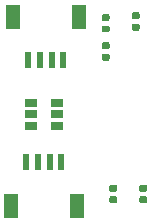
<source format=gbr>
G04 #@! TF.GenerationSoftware,KiCad,Pcbnew,(5.1.5)-3*
G04 #@! TF.CreationDate,2020-03-24T20:07:28-04:00*
G04 #@! TF.ProjectId,ADS1100,41445331-3130-4302-9e6b-696361645f70,rev?*
G04 #@! TF.SameCoordinates,Original*
G04 #@! TF.FileFunction,Paste,Top*
G04 #@! TF.FilePolarity,Positive*
%FSLAX46Y46*%
G04 Gerber Fmt 4.6, Leading zero omitted, Abs format (unit mm)*
G04 Created by KiCad (PCBNEW (5.1.5)-3) date 2020-03-24 20:07:28*
%MOMM*%
%LPD*%
G04 APERTURE LIST*
%ADD10C,0.100000*%
%ADD11R,1.060000X0.650000*%
%ADD12R,1.198880X1.998980*%
%ADD13R,0.599440X1.348740*%
G04 APERTURE END LIST*
D10*
G36*
X221674958Y-42042710D02*
G01*
X221689276Y-42044834D01*
X221703317Y-42048351D01*
X221716946Y-42053228D01*
X221730031Y-42059417D01*
X221742447Y-42066858D01*
X221754073Y-42075481D01*
X221764798Y-42085202D01*
X221774519Y-42095927D01*
X221783142Y-42107553D01*
X221790583Y-42119969D01*
X221796772Y-42133054D01*
X221801649Y-42146683D01*
X221805166Y-42160724D01*
X221807290Y-42175042D01*
X221808000Y-42189500D01*
X221808000Y-42484500D01*
X221807290Y-42498958D01*
X221805166Y-42513276D01*
X221801649Y-42527317D01*
X221796772Y-42540946D01*
X221790583Y-42554031D01*
X221783142Y-42566447D01*
X221774519Y-42578073D01*
X221764798Y-42588798D01*
X221754073Y-42598519D01*
X221742447Y-42607142D01*
X221730031Y-42614583D01*
X221716946Y-42620772D01*
X221703317Y-42625649D01*
X221689276Y-42629166D01*
X221674958Y-42631290D01*
X221660500Y-42632000D01*
X221315500Y-42632000D01*
X221301042Y-42631290D01*
X221286724Y-42629166D01*
X221272683Y-42625649D01*
X221259054Y-42620772D01*
X221245969Y-42614583D01*
X221233553Y-42607142D01*
X221221927Y-42598519D01*
X221211202Y-42588798D01*
X221201481Y-42578073D01*
X221192858Y-42566447D01*
X221185417Y-42554031D01*
X221179228Y-42540946D01*
X221174351Y-42527317D01*
X221170834Y-42513276D01*
X221168710Y-42498958D01*
X221168000Y-42484500D01*
X221168000Y-42189500D01*
X221168710Y-42175042D01*
X221170834Y-42160724D01*
X221174351Y-42146683D01*
X221179228Y-42133054D01*
X221185417Y-42119969D01*
X221192858Y-42107553D01*
X221201481Y-42095927D01*
X221211202Y-42085202D01*
X221221927Y-42075481D01*
X221233553Y-42066858D01*
X221245969Y-42059417D01*
X221259054Y-42053228D01*
X221272683Y-42048351D01*
X221286724Y-42044834D01*
X221301042Y-42042710D01*
X221315500Y-42042000D01*
X221660500Y-42042000D01*
X221674958Y-42042710D01*
G37*
G36*
X221674958Y-43012710D02*
G01*
X221689276Y-43014834D01*
X221703317Y-43018351D01*
X221716946Y-43023228D01*
X221730031Y-43029417D01*
X221742447Y-43036858D01*
X221754073Y-43045481D01*
X221764798Y-43055202D01*
X221774519Y-43065927D01*
X221783142Y-43077553D01*
X221790583Y-43089969D01*
X221796772Y-43103054D01*
X221801649Y-43116683D01*
X221805166Y-43130724D01*
X221807290Y-43145042D01*
X221808000Y-43159500D01*
X221808000Y-43454500D01*
X221807290Y-43468958D01*
X221805166Y-43483276D01*
X221801649Y-43497317D01*
X221796772Y-43510946D01*
X221790583Y-43524031D01*
X221783142Y-43536447D01*
X221774519Y-43548073D01*
X221764798Y-43558798D01*
X221754073Y-43568519D01*
X221742447Y-43577142D01*
X221730031Y-43584583D01*
X221716946Y-43590772D01*
X221703317Y-43595649D01*
X221689276Y-43599166D01*
X221674958Y-43601290D01*
X221660500Y-43602000D01*
X221315500Y-43602000D01*
X221301042Y-43601290D01*
X221286724Y-43599166D01*
X221272683Y-43595649D01*
X221259054Y-43590772D01*
X221245969Y-43584583D01*
X221233553Y-43577142D01*
X221221927Y-43568519D01*
X221211202Y-43558798D01*
X221201481Y-43548073D01*
X221192858Y-43536447D01*
X221185417Y-43524031D01*
X221179228Y-43510946D01*
X221174351Y-43497317D01*
X221170834Y-43483276D01*
X221168710Y-43468958D01*
X221168000Y-43454500D01*
X221168000Y-43159500D01*
X221168710Y-43145042D01*
X221170834Y-43130724D01*
X221174351Y-43116683D01*
X221179228Y-43103054D01*
X221185417Y-43089969D01*
X221192858Y-43077553D01*
X221201481Y-43065927D01*
X221211202Y-43055202D01*
X221221927Y-43045481D01*
X221233553Y-43036858D01*
X221245969Y-43029417D01*
X221259054Y-43023228D01*
X221272683Y-43018351D01*
X221286724Y-43014834D01*
X221301042Y-43012710D01*
X221315500Y-43012000D01*
X221660500Y-43012000D01*
X221674958Y-43012710D01*
G37*
G36*
X224214958Y-41892710D02*
G01*
X224229276Y-41894834D01*
X224243317Y-41898351D01*
X224256946Y-41903228D01*
X224270031Y-41909417D01*
X224282447Y-41916858D01*
X224294073Y-41925481D01*
X224304798Y-41935202D01*
X224314519Y-41945927D01*
X224323142Y-41957553D01*
X224330583Y-41969969D01*
X224336772Y-41983054D01*
X224341649Y-41996683D01*
X224345166Y-42010724D01*
X224347290Y-42025042D01*
X224348000Y-42039500D01*
X224348000Y-42334500D01*
X224347290Y-42348958D01*
X224345166Y-42363276D01*
X224341649Y-42377317D01*
X224336772Y-42390946D01*
X224330583Y-42404031D01*
X224323142Y-42416447D01*
X224314519Y-42428073D01*
X224304798Y-42438798D01*
X224294073Y-42448519D01*
X224282447Y-42457142D01*
X224270031Y-42464583D01*
X224256946Y-42470772D01*
X224243317Y-42475649D01*
X224229276Y-42479166D01*
X224214958Y-42481290D01*
X224200500Y-42482000D01*
X223855500Y-42482000D01*
X223841042Y-42481290D01*
X223826724Y-42479166D01*
X223812683Y-42475649D01*
X223799054Y-42470772D01*
X223785969Y-42464583D01*
X223773553Y-42457142D01*
X223761927Y-42448519D01*
X223751202Y-42438798D01*
X223741481Y-42428073D01*
X223732858Y-42416447D01*
X223725417Y-42404031D01*
X223719228Y-42390946D01*
X223714351Y-42377317D01*
X223710834Y-42363276D01*
X223708710Y-42348958D01*
X223708000Y-42334500D01*
X223708000Y-42039500D01*
X223708710Y-42025042D01*
X223710834Y-42010724D01*
X223714351Y-41996683D01*
X223719228Y-41983054D01*
X223725417Y-41969969D01*
X223732858Y-41957553D01*
X223741481Y-41945927D01*
X223751202Y-41935202D01*
X223761927Y-41925481D01*
X223773553Y-41916858D01*
X223785969Y-41909417D01*
X223799054Y-41903228D01*
X223812683Y-41898351D01*
X223826724Y-41894834D01*
X223841042Y-41892710D01*
X223855500Y-41892000D01*
X224200500Y-41892000D01*
X224214958Y-41892710D01*
G37*
G36*
X224214958Y-42862710D02*
G01*
X224229276Y-42864834D01*
X224243317Y-42868351D01*
X224256946Y-42873228D01*
X224270031Y-42879417D01*
X224282447Y-42886858D01*
X224294073Y-42895481D01*
X224304798Y-42905202D01*
X224314519Y-42915927D01*
X224323142Y-42927553D01*
X224330583Y-42939969D01*
X224336772Y-42953054D01*
X224341649Y-42966683D01*
X224345166Y-42980724D01*
X224347290Y-42995042D01*
X224348000Y-43009500D01*
X224348000Y-43304500D01*
X224347290Y-43318958D01*
X224345166Y-43333276D01*
X224341649Y-43347317D01*
X224336772Y-43360946D01*
X224330583Y-43374031D01*
X224323142Y-43386447D01*
X224314519Y-43398073D01*
X224304798Y-43408798D01*
X224294073Y-43418519D01*
X224282447Y-43427142D01*
X224270031Y-43434583D01*
X224256946Y-43440772D01*
X224243317Y-43445649D01*
X224229276Y-43449166D01*
X224214958Y-43451290D01*
X224200500Y-43452000D01*
X223855500Y-43452000D01*
X223841042Y-43451290D01*
X223826724Y-43449166D01*
X223812683Y-43445649D01*
X223799054Y-43440772D01*
X223785969Y-43434583D01*
X223773553Y-43427142D01*
X223761927Y-43418519D01*
X223751202Y-43408798D01*
X223741481Y-43398073D01*
X223732858Y-43386447D01*
X223725417Y-43374031D01*
X223719228Y-43360946D01*
X223714351Y-43347317D01*
X223710834Y-43333276D01*
X223708710Y-43318958D01*
X223708000Y-43304500D01*
X223708000Y-43009500D01*
X223708710Y-42995042D01*
X223710834Y-42980724D01*
X223714351Y-42966683D01*
X223719228Y-42953054D01*
X223725417Y-42939969D01*
X223732858Y-42927553D01*
X223741481Y-42915927D01*
X223751202Y-42905202D01*
X223761927Y-42895481D01*
X223773553Y-42886858D01*
X223785969Y-42879417D01*
X223799054Y-42873228D01*
X223812683Y-42868351D01*
X223826724Y-42864834D01*
X223841042Y-42862710D01*
X223855500Y-42862000D01*
X224200500Y-42862000D01*
X224214958Y-42862710D01*
G37*
D11*
X217340505Y-50546000D03*
X217340505Y-49596000D03*
X217340505Y-51496000D03*
X215140505Y-51496000D03*
X215140505Y-50546000D03*
X215140505Y-49596000D03*
D10*
G36*
X222309958Y-57467710D02*
G01*
X222324276Y-57469834D01*
X222338317Y-57473351D01*
X222351946Y-57478228D01*
X222365031Y-57484417D01*
X222377447Y-57491858D01*
X222389073Y-57500481D01*
X222399798Y-57510202D01*
X222409519Y-57520927D01*
X222418142Y-57532553D01*
X222425583Y-57544969D01*
X222431772Y-57558054D01*
X222436649Y-57571683D01*
X222440166Y-57585724D01*
X222442290Y-57600042D01*
X222443000Y-57614500D01*
X222443000Y-57909500D01*
X222442290Y-57923958D01*
X222440166Y-57938276D01*
X222436649Y-57952317D01*
X222431772Y-57965946D01*
X222425583Y-57979031D01*
X222418142Y-57991447D01*
X222409519Y-58003073D01*
X222399798Y-58013798D01*
X222389073Y-58023519D01*
X222377447Y-58032142D01*
X222365031Y-58039583D01*
X222351946Y-58045772D01*
X222338317Y-58050649D01*
X222324276Y-58054166D01*
X222309958Y-58056290D01*
X222295500Y-58057000D01*
X221950500Y-58057000D01*
X221936042Y-58056290D01*
X221921724Y-58054166D01*
X221907683Y-58050649D01*
X221894054Y-58045772D01*
X221880969Y-58039583D01*
X221868553Y-58032142D01*
X221856927Y-58023519D01*
X221846202Y-58013798D01*
X221836481Y-58003073D01*
X221827858Y-57991447D01*
X221820417Y-57979031D01*
X221814228Y-57965946D01*
X221809351Y-57952317D01*
X221805834Y-57938276D01*
X221803710Y-57923958D01*
X221803000Y-57909500D01*
X221803000Y-57614500D01*
X221803710Y-57600042D01*
X221805834Y-57585724D01*
X221809351Y-57571683D01*
X221814228Y-57558054D01*
X221820417Y-57544969D01*
X221827858Y-57532553D01*
X221836481Y-57520927D01*
X221846202Y-57510202D01*
X221856927Y-57500481D01*
X221868553Y-57491858D01*
X221880969Y-57484417D01*
X221894054Y-57478228D01*
X221907683Y-57473351D01*
X221921724Y-57469834D01*
X221936042Y-57467710D01*
X221950500Y-57467000D01*
X222295500Y-57467000D01*
X222309958Y-57467710D01*
G37*
G36*
X222309958Y-56497710D02*
G01*
X222324276Y-56499834D01*
X222338317Y-56503351D01*
X222351946Y-56508228D01*
X222365031Y-56514417D01*
X222377447Y-56521858D01*
X222389073Y-56530481D01*
X222399798Y-56540202D01*
X222409519Y-56550927D01*
X222418142Y-56562553D01*
X222425583Y-56574969D01*
X222431772Y-56588054D01*
X222436649Y-56601683D01*
X222440166Y-56615724D01*
X222442290Y-56630042D01*
X222443000Y-56644500D01*
X222443000Y-56939500D01*
X222442290Y-56953958D01*
X222440166Y-56968276D01*
X222436649Y-56982317D01*
X222431772Y-56995946D01*
X222425583Y-57009031D01*
X222418142Y-57021447D01*
X222409519Y-57033073D01*
X222399798Y-57043798D01*
X222389073Y-57053519D01*
X222377447Y-57062142D01*
X222365031Y-57069583D01*
X222351946Y-57075772D01*
X222338317Y-57080649D01*
X222324276Y-57084166D01*
X222309958Y-57086290D01*
X222295500Y-57087000D01*
X221950500Y-57087000D01*
X221936042Y-57086290D01*
X221921724Y-57084166D01*
X221907683Y-57080649D01*
X221894054Y-57075772D01*
X221880969Y-57069583D01*
X221868553Y-57062142D01*
X221856927Y-57053519D01*
X221846202Y-57043798D01*
X221836481Y-57033073D01*
X221827858Y-57021447D01*
X221820417Y-57009031D01*
X221814228Y-56995946D01*
X221809351Y-56982317D01*
X221805834Y-56968276D01*
X221803710Y-56953958D01*
X221803000Y-56939500D01*
X221803000Y-56644500D01*
X221803710Y-56630042D01*
X221805834Y-56615724D01*
X221809351Y-56601683D01*
X221814228Y-56588054D01*
X221820417Y-56574969D01*
X221827858Y-56562553D01*
X221836481Y-56550927D01*
X221846202Y-56540202D01*
X221856927Y-56530481D01*
X221868553Y-56521858D01*
X221880969Y-56514417D01*
X221894054Y-56508228D01*
X221907683Y-56503351D01*
X221921724Y-56499834D01*
X221936042Y-56497710D01*
X221950500Y-56497000D01*
X222295500Y-56497000D01*
X222309958Y-56497710D01*
G37*
G36*
X224849958Y-57467710D02*
G01*
X224864276Y-57469834D01*
X224878317Y-57473351D01*
X224891946Y-57478228D01*
X224905031Y-57484417D01*
X224917447Y-57491858D01*
X224929073Y-57500481D01*
X224939798Y-57510202D01*
X224949519Y-57520927D01*
X224958142Y-57532553D01*
X224965583Y-57544969D01*
X224971772Y-57558054D01*
X224976649Y-57571683D01*
X224980166Y-57585724D01*
X224982290Y-57600042D01*
X224983000Y-57614500D01*
X224983000Y-57909500D01*
X224982290Y-57923958D01*
X224980166Y-57938276D01*
X224976649Y-57952317D01*
X224971772Y-57965946D01*
X224965583Y-57979031D01*
X224958142Y-57991447D01*
X224949519Y-58003073D01*
X224939798Y-58013798D01*
X224929073Y-58023519D01*
X224917447Y-58032142D01*
X224905031Y-58039583D01*
X224891946Y-58045772D01*
X224878317Y-58050649D01*
X224864276Y-58054166D01*
X224849958Y-58056290D01*
X224835500Y-58057000D01*
X224490500Y-58057000D01*
X224476042Y-58056290D01*
X224461724Y-58054166D01*
X224447683Y-58050649D01*
X224434054Y-58045772D01*
X224420969Y-58039583D01*
X224408553Y-58032142D01*
X224396927Y-58023519D01*
X224386202Y-58013798D01*
X224376481Y-58003073D01*
X224367858Y-57991447D01*
X224360417Y-57979031D01*
X224354228Y-57965946D01*
X224349351Y-57952317D01*
X224345834Y-57938276D01*
X224343710Y-57923958D01*
X224343000Y-57909500D01*
X224343000Y-57614500D01*
X224343710Y-57600042D01*
X224345834Y-57585724D01*
X224349351Y-57571683D01*
X224354228Y-57558054D01*
X224360417Y-57544969D01*
X224367858Y-57532553D01*
X224376481Y-57520927D01*
X224386202Y-57510202D01*
X224396927Y-57500481D01*
X224408553Y-57491858D01*
X224420969Y-57484417D01*
X224434054Y-57478228D01*
X224447683Y-57473351D01*
X224461724Y-57469834D01*
X224476042Y-57467710D01*
X224490500Y-57467000D01*
X224835500Y-57467000D01*
X224849958Y-57467710D01*
G37*
G36*
X224849958Y-56497710D02*
G01*
X224864276Y-56499834D01*
X224878317Y-56503351D01*
X224891946Y-56508228D01*
X224905031Y-56514417D01*
X224917447Y-56521858D01*
X224929073Y-56530481D01*
X224939798Y-56540202D01*
X224949519Y-56550927D01*
X224958142Y-56562553D01*
X224965583Y-56574969D01*
X224971772Y-56588054D01*
X224976649Y-56601683D01*
X224980166Y-56615724D01*
X224982290Y-56630042D01*
X224983000Y-56644500D01*
X224983000Y-56939500D01*
X224982290Y-56953958D01*
X224980166Y-56968276D01*
X224976649Y-56982317D01*
X224971772Y-56995946D01*
X224965583Y-57009031D01*
X224958142Y-57021447D01*
X224949519Y-57033073D01*
X224939798Y-57043798D01*
X224929073Y-57053519D01*
X224917447Y-57062142D01*
X224905031Y-57069583D01*
X224891946Y-57075772D01*
X224878317Y-57080649D01*
X224864276Y-57084166D01*
X224849958Y-57086290D01*
X224835500Y-57087000D01*
X224490500Y-57087000D01*
X224476042Y-57086290D01*
X224461724Y-57084166D01*
X224447683Y-57080649D01*
X224434054Y-57075772D01*
X224420969Y-57069583D01*
X224408553Y-57062142D01*
X224396927Y-57053519D01*
X224386202Y-57043798D01*
X224376481Y-57033073D01*
X224367858Y-57021447D01*
X224360417Y-57009031D01*
X224354228Y-56995946D01*
X224349351Y-56982317D01*
X224345834Y-56968276D01*
X224343710Y-56953958D01*
X224343000Y-56939500D01*
X224343000Y-56644500D01*
X224343710Y-56630042D01*
X224345834Y-56615724D01*
X224349351Y-56601683D01*
X224354228Y-56588054D01*
X224360417Y-56574969D01*
X224367858Y-56562553D01*
X224376481Y-56550927D01*
X224386202Y-56540202D01*
X224396927Y-56530481D01*
X224408553Y-56521858D01*
X224420969Y-56514417D01*
X224434054Y-56508228D01*
X224447683Y-56503351D01*
X224461724Y-56499834D01*
X224476042Y-56497710D01*
X224490500Y-56497000D01*
X224835500Y-56497000D01*
X224849958Y-56497710D01*
G37*
D12*
X213441425Y-58282840D03*
X219039585Y-58282840D03*
D13*
X217739105Y-54610000D03*
X216738345Y-54610000D03*
X215742665Y-54610000D03*
X214741905Y-54610000D03*
D12*
X219207080Y-42301160D03*
X213608920Y-42301160D03*
D13*
X214909400Y-45974000D03*
X215910160Y-45974000D03*
X216905840Y-45974000D03*
X217906600Y-45974000D03*
D10*
G36*
X221674958Y-45402710D02*
G01*
X221689276Y-45404834D01*
X221703317Y-45408351D01*
X221716946Y-45413228D01*
X221730031Y-45419417D01*
X221742447Y-45426858D01*
X221754073Y-45435481D01*
X221764798Y-45445202D01*
X221774519Y-45455927D01*
X221783142Y-45467553D01*
X221790583Y-45479969D01*
X221796772Y-45493054D01*
X221801649Y-45506683D01*
X221805166Y-45520724D01*
X221807290Y-45535042D01*
X221808000Y-45549500D01*
X221808000Y-45844500D01*
X221807290Y-45858958D01*
X221805166Y-45873276D01*
X221801649Y-45887317D01*
X221796772Y-45900946D01*
X221790583Y-45914031D01*
X221783142Y-45926447D01*
X221774519Y-45938073D01*
X221764798Y-45948798D01*
X221754073Y-45958519D01*
X221742447Y-45967142D01*
X221730031Y-45974583D01*
X221716946Y-45980772D01*
X221703317Y-45985649D01*
X221689276Y-45989166D01*
X221674958Y-45991290D01*
X221660500Y-45992000D01*
X221315500Y-45992000D01*
X221301042Y-45991290D01*
X221286724Y-45989166D01*
X221272683Y-45985649D01*
X221259054Y-45980772D01*
X221245969Y-45974583D01*
X221233553Y-45967142D01*
X221221927Y-45958519D01*
X221211202Y-45948798D01*
X221201481Y-45938073D01*
X221192858Y-45926447D01*
X221185417Y-45914031D01*
X221179228Y-45900946D01*
X221174351Y-45887317D01*
X221170834Y-45873276D01*
X221168710Y-45858958D01*
X221168000Y-45844500D01*
X221168000Y-45549500D01*
X221168710Y-45535042D01*
X221170834Y-45520724D01*
X221174351Y-45506683D01*
X221179228Y-45493054D01*
X221185417Y-45479969D01*
X221192858Y-45467553D01*
X221201481Y-45455927D01*
X221211202Y-45445202D01*
X221221927Y-45435481D01*
X221233553Y-45426858D01*
X221245969Y-45419417D01*
X221259054Y-45413228D01*
X221272683Y-45408351D01*
X221286724Y-45404834D01*
X221301042Y-45402710D01*
X221315500Y-45402000D01*
X221660500Y-45402000D01*
X221674958Y-45402710D01*
G37*
G36*
X221674958Y-44432710D02*
G01*
X221689276Y-44434834D01*
X221703317Y-44438351D01*
X221716946Y-44443228D01*
X221730031Y-44449417D01*
X221742447Y-44456858D01*
X221754073Y-44465481D01*
X221764798Y-44475202D01*
X221774519Y-44485927D01*
X221783142Y-44497553D01*
X221790583Y-44509969D01*
X221796772Y-44523054D01*
X221801649Y-44536683D01*
X221805166Y-44550724D01*
X221807290Y-44565042D01*
X221808000Y-44579500D01*
X221808000Y-44874500D01*
X221807290Y-44888958D01*
X221805166Y-44903276D01*
X221801649Y-44917317D01*
X221796772Y-44930946D01*
X221790583Y-44944031D01*
X221783142Y-44956447D01*
X221774519Y-44968073D01*
X221764798Y-44978798D01*
X221754073Y-44988519D01*
X221742447Y-44997142D01*
X221730031Y-45004583D01*
X221716946Y-45010772D01*
X221703317Y-45015649D01*
X221689276Y-45019166D01*
X221674958Y-45021290D01*
X221660500Y-45022000D01*
X221315500Y-45022000D01*
X221301042Y-45021290D01*
X221286724Y-45019166D01*
X221272683Y-45015649D01*
X221259054Y-45010772D01*
X221245969Y-45004583D01*
X221233553Y-44997142D01*
X221221927Y-44988519D01*
X221211202Y-44978798D01*
X221201481Y-44968073D01*
X221192858Y-44956447D01*
X221185417Y-44944031D01*
X221179228Y-44930946D01*
X221174351Y-44917317D01*
X221170834Y-44903276D01*
X221168710Y-44888958D01*
X221168000Y-44874500D01*
X221168000Y-44579500D01*
X221168710Y-44565042D01*
X221170834Y-44550724D01*
X221174351Y-44536683D01*
X221179228Y-44523054D01*
X221185417Y-44509969D01*
X221192858Y-44497553D01*
X221201481Y-44485927D01*
X221211202Y-44475202D01*
X221221927Y-44465481D01*
X221233553Y-44456858D01*
X221245969Y-44449417D01*
X221259054Y-44443228D01*
X221272683Y-44438351D01*
X221286724Y-44434834D01*
X221301042Y-44432710D01*
X221315500Y-44432000D01*
X221660500Y-44432000D01*
X221674958Y-44432710D01*
G37*
M02*

</source>
